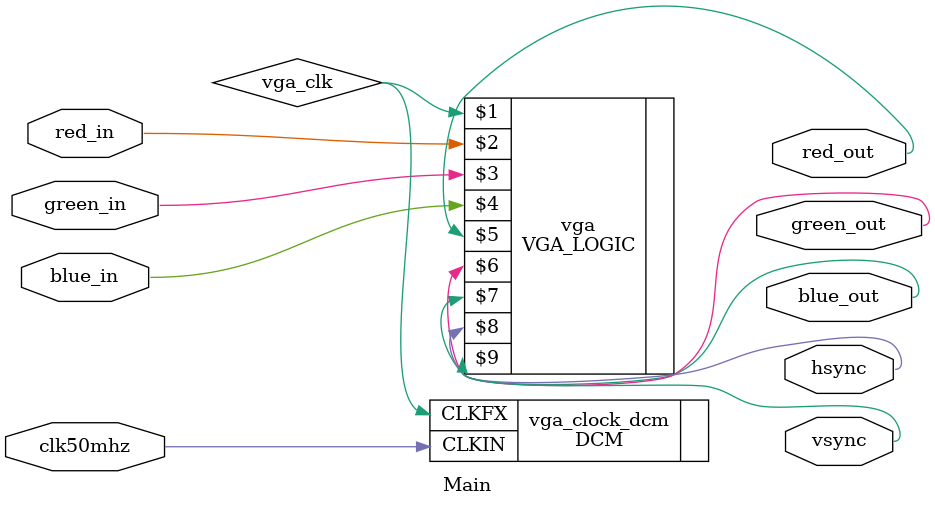
<source format=v>
`timescale 1ns / 1ps
module Main(
	input clk50mhz,
	input red_in,
   input green_in,
   input blue_in,
	//input reset,
	output red_out,
   output green_out,
   output blue_out,
	output hsync,
	output vsync
	 );
	 
	 wire vga_clk;
// synthesis attribute CLKFX_DIVIDE of vga_clock_dcm is 4
// synthesis attribute CLKFX_MULTIPLY of vga_clock_dcm is 2
	DCM vga_clock_dcm (.CLKIN(clk50mhz),.CLKFX(vga_clk));
	VGA_LOGIC vga(vga_clk, red_in,green_in,blue_in,red_out,green_out,blue_out,hsync,vsync);
	/*always @(posedge vga_clk)
	begin
		if(reset)begin
			red_in = 0;
			green_in=0;
			blue_in=0;
		end
	end*/
	 


endmodule

</source>
